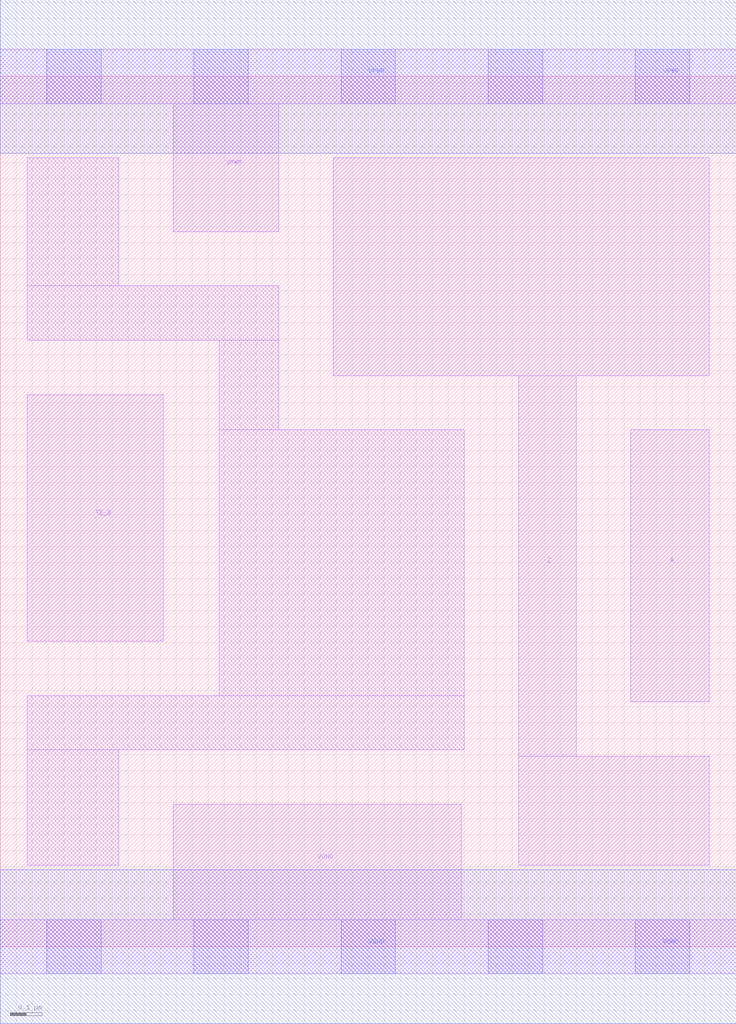
<source format=lef>
# Copyright 2020 The SkyWater PDK Authors
#
# Licensed under the Apache License, Version 2.0 (the "License");
# you may not use this file except in compliance with the License.
# You may obtain a copy of the License at
#
#     https://www.apache.org/licenses/LICENSE-2.0
#
# Unless required by applicable law or agreed to in writing, software
# distributed under the License is distributed on an "AS IS" BASIS,
# WITHOUT WARRANTIES OR CONDITIONS OF ANY KIND, either express or implied.
# See the License for the specific language governing permissions and
# limitations under the License.
#
# SPDX-License-Identifier: Apache-2.0

VERSION 5.7 ;
  NAMESCASESENSITIVE ON ;
  NOWIREEXTENSIONATPIN ON ;
  DIVIDERCHAR "/" ;
  BUSBITCHARS "[]" ;
UNITS
  DATABASE MICRONS 200 ;
END UNITS
MACRO sky130_fd_sc_hd__einvn_1
  CLASS CORE ;
  SOURCE USER ;
  FOREIGN sky130_fd_sc_hd__einvn_1 ;
  ORIGIN  0.000000  0.000000 ;
  SIZE  2.300000 BY  2.720000 ;
  SYMMETRY X Y R90 ;
  SITE unithd ;
  PIN A
    ANTENNAGATEAREA  0.247500 ;
    DIRECTION INPUT ;
    USE SIGNAL ;
    PORT
      LAYER li1 ;
        RECT 1.970000 0.765000 2.215000 1.615000 ;
    END
  END A
  PIN TE_B
    ANTENNAGATEAREA  0.309000 ;
    DIRECTION INPUT ;
    USE SIGNAL ;
    PORT
      LAYER li1 ;
        RECT 0.085000 0.955000 0.510000 1.725000 ;
    END
  END TE_B
  PIN Z
    ANTENNADIFFAREA  0.429000 ;
    DIRECTION OUTPUT ;
    USE SIGNAL ;
    PORT
      LAYER li1 ;
        RECT 1.040000 1.785000 2.215000 2.465000 ;
        RECT 1.620000 0.255000 2.215000 0.595000 ;
        RECT 1.620000 0.595000 1.800000 1.785000 ;
    END
  END Z
  PIN VGND
    DIRECTION INOUT ;
    SHAPE ABUTMENT ;
    USE GROUND ;
    PORT
      LAYER li1 ;
        RECT 0.000000 -0.085000 2.300000 0.085000 ;
        RECT 0.540000  0.085000 1.440000 0.445000 ;
      LAYER mcon ;
        RECT 0.145000 -0.085000 0.315000 0.085000 ;
        RECT 0.605000 -0.085000 0.775000 0.085000 ;
        RECT 1.065000 -0.085000 1.235000 0.085000 ;
        RECT 1.525000 -0.085000 1.695000 0.085000 ;
        RECT 1.985000 -0.085000 2.155000 0.085000 ;
      LAYER met1 ;
        RECT 0.000000 -0.240000 2.300000 0.240000 ;
    END
  END VGND
  PIN VPWR
    DIRECTION INOUT ;
    SHAPE ABUTMENT ;
    USE POWER ;
    PORT
      LAYER li1 ;
        RECT 0.000000 2.635000 2.300000 2.805000 ;
        RECT 0.540000 2.235000 0.870000 2.635000 ;
      LAYER mcon ;
        RECT 0.145000 2.635000 0.315000 2.805000 ;
        RECT 0.605000 2.635000 0.775000 2.805000 ;
        RECT 1.065000 2.635000 1.235000 2.805000 ;
        RECT 1.525000 2.635000 1.695000 2.805000 ;
        RECT 1.985000 2.635000 2.155000 2.805000 ;
      LAYER met1 ;
        RECT 0.000000 2.480000 2.300000 2.960000 ;
    END
  END VPWR
  OBS
    LAYER li1 ;
      RECT 0.085000 0.255000 0.370000 0.615000 ;
      RECT 0.085000 0.615000 1.450000 0.785000 ;
      RECT 0.085000 1.895000 0.870000 2.065000 ;
      RECT 0.085000 2.065000 0.370000 2.465000 ;
      RECT 0.685000 0.785000 1.450000 1.615000 ;
      RECT 0.685000 1.615000 0.870000 1.895000 ;
  END
END sky130_fd_sc_hd__einvn_1

</source>
